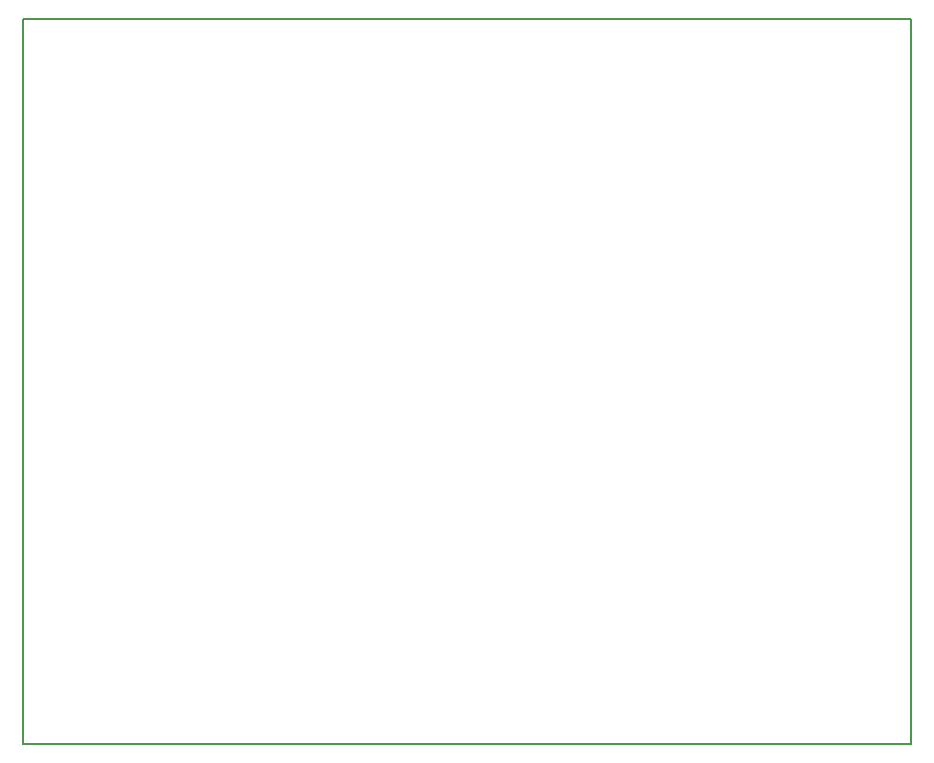
<source format=gm1>
G04 MADE WITH FRITZING*
G04 WWW.FRITZING.ORG*
G04 DOUBLE SIDED*
G04 HOLES PLATED*
G04 CONTOUR ON CENTER OF CONTOUR VECTOR*
%ASAXBY*%
%FSLAX23Y23*%
%MOIN*%
%OFA0B0*%
%SFA1.0B1.0*%
%ADD10R,2.966880X2.423700*%
%ADD11C,0.008000*%
%ADD10C,0.008*%
%LNCONTOUR*%
G90*
G70*
G54D10*
G54D11*
X4Y2420D02*
X2963Y2420D01*
X2963Y4D01*
X4Y4D01*
X4Y2420D01*
D02*
G04 End of contour*
M02*
</source>
